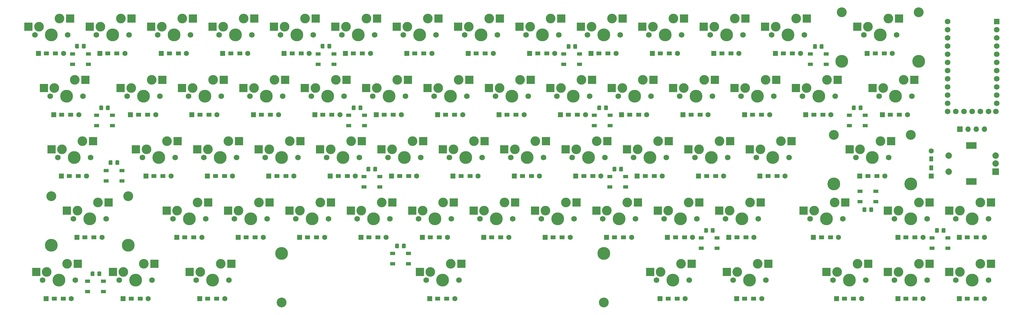
<source format=gbr>
G04 #@! TF.GenerationSoftware,KiCad,Pcbnew,(5.1.10)-1*
G04 #@! TF.CreationDate,2021-09-11T23:54:04-05:00*
G04 #@! TF.ProjectId,kintsugi,6b696e74-7375-4676-992e-6b696361645f,rev?*
G04 #@! TF.SameCoordinates,Original*
G04 #@! TF.FileFunction,Soldermask,Bot*
G04 #@! TF.FilePolarity,Negative*
%FSLAX46Y46*%
G04 Gerber Fmt 4.6, Leading zero omitted, Abs format (unit mm)*
G04 Created by KiCad (PCBNEW (5.1.10)-1) date 2021-09-11 23:54:04*
%MOMM*%
%LPD*%
G01*
G04 APERTURE LIST*
%ADD10C,3.000000*%
%ADD11C,3.987800*%
%ADD12C,1.750000*%
%ADD13R,2.550000X2.500000*%
%ADD14C,3.048000*%
%ADD15R,1.600000X1.600000*%
%ADD16C,1.600000*%
%ADD17R,1.600000X1.200000*%
%ADD18O,1.700000X1.700000*%
%ADD19R,1.700000X1.700000*%
%ADD20R,1.200000X1.600000*%
%ADD21R,1.752600X1.752600*%
%ADD22C,1.752600*%
%ADD23R,2.000000X2.000000*%
%ADD24C,2.000000*%
%ADD25R,3.200000X2.000000*%
%ADD26R,1.500000X1.000000*%
G04 APERTURE END LIST*
D10*
X321627500Y-47307500D03*
D11*
X319087500Y-52387500D03*
D10*
X315277500Y-49847500D03*
D12*
X314007500Y-52387500D03*
X324167500Y-52387500D03*
D13*
X312002500Y-49847500D03*
X324929500Y-47307500D03*
D10*
X264477500Y-66357500D03*
D11*
X261937500Y-71437500D03*
D10*
X258127500Y-68897500D03*
D12*
X256857500Y-71437500D03*
X267017500Y-71437500D03*
D13*
X254852500Y-68897500D03*
X267779500Y-66357500D03*
D10*
X197802500Y-85407500D03*
D11*
X195262500Y-90487500D03*
D10*
X191452500Y-87947500D03*
D12*
X190182500Y-90487500D03*
X200342500Y-90487500D03*
D13*
X188177500Y-87947500D03*
X201104500Y-85407500D03*
D10*
X135890000Y-28257500D03*
D11*
X133350000Y-33337500D03*
D10*
X129540000Y-30797500D03*
D12*
X128270000Y-33337500D03*
X138430000Y-33337500D03*
D13*
X126265000Y-30797500D03*
X139192000Y-28257500D03*
X67754500Y-47307500D03*
X54827500Y-49847500D03*
D12*
X66992500Y-52387500D03*
X56832500Y-52387500D03*
D10*
X58102500Y-49847500D03*
D11*
X61912500Y-52387500D03*
D10*
X64452500Y-47307500D03*
X314483750Y-66357500D03*
D11*
X311943750Y-71437500D03*
D10*
X308133750Y-68897500D03*
D12*
X306863750Y-71437500D03*
X317023750Y-71437500D03*
D13*
X304858750Y-68897500D03*
X317785750Y-66357500D03*
D14*
X323881750Y-64452500D03*
X300005750Y-64452500D03*
D11*
X323881750Y-79692500D03*
X300005750Y-79692500D03*
D10*
X59690000Y-28257500D03*
D11*
X57150000Y-33337500D03*
D10*
X53340000Y-30797500D03*
D12*
X52070000Y-33337500D03*
X62230000Y-33337500D03*
D13*
X50065000Y-30797500D03*
X62992000Y-28257500D03*
X303498250Y-85407500D03*
X290571250Y-87947500D03*
D12*
X302736250Y-90487500D03*
X292576250Y-90487500D03*
D10*
X293846250Y-87947500D03*
D11*
X297656250Y-90487500D03*
D10*
X300196250Y-85407500D03*
D13*
X277304500Y-85407500D03*
X264377500Y-87947500D03*
D12*
X276542500Y-90487500D03*
X266382500Y-90487500D03*
D10*
X267652500Y-87947500D03*
D11*
X271462500Y-90487500D03*
D10*
X274002500Y-85407500D03*
D13*
X301117000Y-47307500D03*
X288190000Y-49847500D03*
D12*
X300355000Y-52387500D03*
X290195000Y-52387500D03*
D10*
X291465000Y-49847500D03*
D11*
X295275000Y-52387500D03*
D10*
X297815000Y-47307500D03*
D11*
X302387000Y-41592500D03*
X326263000Y-41592500D03*
D14*
X302387000Y-26352500D03*
X326263000Y-26352500D03*
D13*
X320167000Y-28257500D03*
X307240000Y-30797500D03*
D12*
X319405000Y-33337500D03*
X309245000Y-33337500D03*
D10*
X310515000Y-30797500D03*
D11*
X314325000Y-33337500D03*
D10*
X316865000Y-28257500D03*
D13*
X291592000Y-28257500D03*
X278665000Y-30797500D03*
D12*
X290830000Y-33337500D03*
X280670000Y-33337500D03*
D10*
X281940000Y-30797500D03*
D11*
X285750000Y-33337500D03*
D10*
X288290000Y-28257500D03*
D15*
X293621000Y-96266000D03*
D16*
X301421000Y-96266000D03*
D17*
X298921000Y-96266000D03*
X296121000Y-96266000D03*
D15*
X267372000Y-96266000D03*
D16*
X275172000Y-96266000D03*
D17*
X272672000Y-96266000D03*
X269872000Y-96266000D03*
D15*
X314997000Y-58166000D03*
D16*
X322797000Y-58166000D03*
D17*
X320297000Y-58166000D03*
X317497000Y-58166000D03*
D15*
X291248000Y-58166000D03*
D16*
X299048000Y-58166000D03*
D17*
X296548000Y-58166000D03*
X293748000Y-58166000D03*
D15*
X310298000Y-39116000D03*
D16*
X318098000Y-39116000D03*
D17*
X315598000Y-39116000D03*
X312798000Y-39116000D03*
D15*
X281810000Y-39116000D03*
D16*
X289610000Y-39116000D03*
D17*
X287110000Y-39116000D03*
X284310000Y-39116000D03*
D18*
X346710000Y-62611000D03*
X344170000Y-62611000D03*
X341630000Y-62611000D03*
D19*
X339090000Y-62611000D03*
D13*
X70135750Y-66357500D03*
X57208750Y-68897500D03*
D12*
X69373750Y-71437500D03*
X59213750Y-71437500D03*
D10*
X60483750Y-68897500D03*
D11*
X64293750Y-71437500D03*
D10*
X66833750Y-66357500D03*
D15*
X57862000Y-58166000D03*
D16*
X65662000Y-58166000D03*
D17*
X63162000Y-58166000D03*
X60362000Y-58166000D03*
D15*
X338873000Y-115316000D03*
D16*
X346673000Y-115316000D03*
D17*
X344173000Y-115316000D03*
X341373000Y-115316000D03*
D15*
X319823000Y-115316000D03*
D16*
X327623000Y-115316000D03*
D17*
X325123000Y-115316000D03*
X322323000Y-115316000D03*
D15*
X300773000Y-115316000D03*
D16*
X308573000Y-115316000D03*
D17*
X306073000Y-115316000D03*
X303273000Y-115316000D03*
D15*
X269785000Y-115316000D03*
D16*
X277585000Y-115316000D03*
D17*
X275085000Y-115316000D03*
X272285000Y-115316000D03*
D15*
X246036000Y-115316000D03*
D16*
X253836000Y-115316000D03*
D17*
X251336000Y-115316000D03*
X248536000Y-115316000D03*
D15*
X174535000Y-115316000D03*
D16*
X182335000Y-115316000D03*
D17*
X179835000Y-115316000D03*
X177035000Y-115316000D03*
D15*
X103161000Y-115316000D03*
D16*
X110961000Y-115316000D03*
D17*
X108461000Y-115316000D03*
X105661000Y-115316000D03*
D15*
X79412000Y-115316000D03*
D16*
X87212000Y-115316000D03*
D17*
X84712000Y-115316000D03*
X81912000Y-115316000D03*
D15*
X55536000Y-115316000D03*
D16*
X63336000Y-115316000D03*
D17*
X60836000Y-115316000D03*
X58036000Y-115316000D03*
D15*
X338873000Y-96266000D03*
D16*
X346673000Y-96266000D03*
D17*
X344173000Y-96266000D03*
X341373000Y-96266000D03*
D15*
X319823000Y-96266000D03*
D16*
X327623000Y-96266000D03*
D17*
X325123000Y-96266000D03*
X322323000Y-96266000D03*
D15*
X248322000Y-96266000D03*
D16*
X256122000Y-96266000D03*
D17*
X253622000Y-96266000D03*
X250822000Y-96266000D03*
D15*
X229399000Y-96266000D03*
D16*
X237199000Y-96266000D03*
D17*
X234699000Y-96266000D03*
X231899000Y-96266000D03*
D15*
X210349000Y-96266000D03*
D16*
X218149000Y-96266000D03*
D17*
X215649000Y-96266000D03*
X212849000Y-96266000D03*
X193799000Y-96266000D03*
X196599000Y-96266000D03*
D16*
X199099000Y-96266000D03*
D15*
X191299000Y-96266000D03*
X172249000Y-96266000D03*
D16*
X180049000Y-96266000D03*
D17*
X177549000Y-96266000D03*
X174749000Y-96266000D03*
D15*
X153199000Y-96266000D03*
D16*
X160999000Y-96266000D03*
D17*
X158499000Y-96266000D03*
X155699000Y-96266000D03*
D15*
X134149000Y-96266000D03*
D16*
X141949000Y-96266000D03*
D17*
X139449000Y-96266000D03*
X136649000Y-96266000D03*
D15*
X115099000Y-96266000D03*
D16*
X122899000Y-96266000D03*
D17*
X120399000Y-96266000D03*
X117599000Y-96266000D03*
D15*
X96049000Y-96266000D03*
D16*
X103849000Y-96266000D03*
D17*
X101349000Y-96266000D03*
X98549000Y-96266000D03*
D15*
X65061000Y-96266000D03*
D16*
X72861000Y-96266000D03*
D17*
X70361000Y-96266000D03*
X67561000Y-96266000D03*
D15*
X330200000Y-77179000D03*
D16*
X330200000Y-69379000D03*
D20*
X330200000Y-71879000D03*
X330200000Y-74679000D03*
D15*
X308012000Y-77216000D03*
D16*
X315812000Y-77216000D03*
D17*
X313312000Y-77216000D03*
X310512000Y-77216000D03*
D15*
X277024000Y-77216000D03*
D16*
X284824000Y-77216000D03*
D17*
X282324000Y-77216000D03*
X279524000Y-77216000D03*
D15*
X257974000Y-77216000D03*
D16*
X265774000Y-77216000D03*
D17*
X263274000Y-77216000D03*
X260474000Y-77216000D03*
D15*
X238924000Y-77216000D03*
D16*
X246724000Y-77216000D03*
D17*
X244224000Y-77216000D03*
X241424000Y-77216000D03*
D15*
X219874000Y-77216000D03*
D16*
X227674000Y-77216000D03*
D17*
X225174000Y-77216000D03*
X222374000Y-77216000D03*
D15*
X200824000Y-77216000D03*
D16*
X208624000Y-77216000D03*
D17*
X206124000Y-77216000D03*
X203324000Y-77216000D03*
D15*
X181774000Y-77216000D03*
D16*
X189574000Y-77216000D03*
D17*
X187074000Y-77216000D03*
X184274000Y-77216000D03*
D15*
X162721000Y-77216000D03*
D16*
X170521000Y-77216000D03*
D17*
X168021000Y-77216000D03*
X165221000Y-77216000D03*
D15*
X143674000Y-77216000D03*
D16*
X151474000Y-77216000D03*
D17*
X148974000Y-77216000D03*
X146174000Y-77216000D03*
D15*
X124624000Y-77216000D03*
D16*
X132424000Y-77216000D03*
D17*
X129924000Y-77216000D03*
X127124000Y-77216000D03*
D15*
X105574000Y-77216000D03*
D16*
X113374000Y-77216000D03*
D17*
X110874000Y-77216000D03*
X108074000Y-77216000D03*
D15*
X86484000Y-77216000D03*
D16*
X94284000Y-77216000D03*
D17*
X91784000Y-77216000D03*
X88984000Y-77216000D03*
X62735000Y-77216000D03*
X65535000Y-77216000D03*
D16*
X68035000Y-77216000D03*
D15*
X60235000Y-77216000D03*
X272238000Y-58166000D03*
D16*
X280038000Y-58166000D03*
D17*
X277538000Y-58166000D03*
X274738000Y-58166000D03*
D15*
X253145000Y-58166000D03*
D16*
X260945000Y-58166000D03*
D17*
X258445000Y-58166000D03*
X255645000Y-58166000D03*
X236595000Y-58166000D03*
X239395000Y-58166000D03*
D16*
X241895000Y-58166000D03*
D15*
X234095000Y-58166000D03*
X215088000Y-58166000D03*
D16*
X222888000Y-58166000D03*
D17*
X220388000Y-58166000D03*
X217588000Y-58166000D03*
D15*
X196038000Y-58166000D03*
D16*
X203838000Y-58166000D03*
D17*
X201338000Y-58166000D03*
X198538000Y-58166000D03*
D15*
X176988000Y-58166000D03*
D16*
X184788000Y-58166000D03*
D17*
X182288000Y-58166000D03*
X179488000Y-58166000D03*
D15*
X157938000Y-58166000D03*
D16*
X165738000Y-58166000D03*
D17*
X163238000Y-58166000D03*
X160438000Y-58166000D03*
D15*
X138888000Y-58166000D03*
D16*
X146688000Y-58166000D03*
D17*
X144188000Y-58166000D03*
X141388000Y-58166000D03*
D15*
X119838000Y-58166000D03*
D16*
X127638000Y-58166000D03*
D17*
X125138000Y-58166000D03*
X122338000Y-58166000D03*
D15*
X100748000Y-58166000D03*
D16*
X108548000Y-58166000D03*
D17*
X106048000Y-58166000D03*
X103248000Y-58166000D03*
D15*
X81735000Y-58166000D03*
D16*
X89535000Y-58166000D03*
D17*
X87035000Y-58166000D03*
X84235000Y-58166000D03*
D15*
X262713000Y-39116000D03*
D16*
X270513000Y-39116000D03*
D17*
X268013000Y-39116000D03*
X265213000Y-39116000D03*
D15*
X243623000Y-39116000D03*
D16*
X251423000Y-39116000D03*
D17*
X248923000Y-39116000D03*
X246123000Y-39116000D03*
D15*
X224570000Y-39116000D03*
D16*
X232370000Y-39116000D03*
D17*
X229870000Y-39116000D03*
X227070000Y-39116000D03*
D15*
X205563000Y-39116000D03*
D16*
X213363000Y-39116000D03*
D17*
X210863000Y-39116000D03*
X208063000Y-39116000D03*
D15*
X186473000Y-39116000D03*
D16*
X194273000Y-39116000D03*
D17*
X191773000Y-39116000D03*
X188973000Y-39116000D03*
D15*
X167420000Y-39116000D03*
D16*
X175220000Y-39116000D03*
D17*
X172720000Y-39116000D03*
X169920000Y-39116000D03*
D15*
X148373000Y-39116000D03*
D16*
X156173000Y-39116000D03*
D17*
X153673000Y-39116000D03*
X150873000Y-39116000D03*
D15*
X129363000Y-39116000D03*
D16*
X137163000Y-39116000D03*
D17*
X134663000Y-39116000D03*
X131863000Y-39116000D03*
D15*
X110313000Y-39116000D03*
D16*
X118113000Y-39116000D03*
D17*
X115613000Y-39116000D03*
X112813000Y-39116000D03*
D15*
X91263000Y-39116000D03*
D16*
X99063000Y-39116000D03*
D17*
X96563000Y-39116000D03*
X93763000Y-39116000D03*
D15*
X72173000Y-39116000D03*
D16*
X79973000Y-39116000D03*
D17*
X77473000Y-39116000D03*
X74673000Y-39116000D03*
X55620000Y-39116000D03*
X58420000Y-39116000D03*
D16*
X60920000Y-39116000D03*
D15*
X53120000Y-39116000D03*
D10*
X278765000Y-47307500D03*
D11*
X276225000Y-52387500D03*
D10*
X272415000Y-49847500D03*
D12*
X271145000Y-52387500D03*
X281305000Y-52387500D03*
D13*
X269140000Y-49847500D03*
X282067000Y-47307500D03*
D10*
X283527500Y-66357500D03*
D11*
X280987500Y-71437500D03*
D10*
X277177500Y-68897500D03*
D12*
X275907500Y-71437500D03*
X286067500Y-71437500D03*
D13*
X273902500Y-68897500D03*
X286829500Y-66357500D03*
D10*
X71596250Y-85407500D03*
D11*
X69056250Y-90487500D03*
D10*
X65246250Y-87947500D03*
D12*
X63976250Y-90487500D03*
X74136250Y-90487500D03*
D13*
X61971250Y-87947500D03*
X74898250Y-85407500D03*
D14*
X80994250Y-83502500D03*
X57118250Y-83502500D03*
D11*
X80994250Y-98742500D03*
X57118250Y-98742500D03*
D13*
X348742000Y-85407500D03*
X335815000Y-87947500D03*
D12*
X347980000Y-90487500D03*
X337820000Y-90487500D03*
D10*
X339090000Y-87947500D03*
D11*
X342900000Y-90487500D03*
D10*
X345440000Y-85407500D03*
X109696250Y-104457500D03*
D11*
X107156250Y-109537500D03*
D10*
X103346250Y-106997500D03*
D12*
X102076250Y-109537500D03*
X112236250Y-109537500D03*
D13*
X100071250Y-106997500D03*
X112998250Y-104457500D03*
D10*
X181133750Y-104457500D03*
D11*
X178593750Y-109537500D03*
D10*
X174783750Y-106997500D03*
D12*
X173513750Y-109537500D03*
X183673750Y-109537500D03*
D13*
X171508750Y-106997500D03*
X184435750Y-104457500D03*
D14*
X228593650Y-116522500D03*
X128593850Y-116522500D03*
D11*
X228593650Y-101282500D03*
X128593850Y-101282500D03*
D10*
X276383750Y-104457500D03*
D11*
X273843750Y-109537500D03*
D10*
X270033750Y-106997500D03*
D12*
X268763750Y-109537500D03*
X278923750Y-109537500D03*
D13*
X266758750Y-106997500D03*
X279685750Y-104457500D03*
D10*
X345440000Y-104457500D03*
D11*
X342900000Y-109537500D03*
D10*
X339090000Y-106997500D03*
D12*
X337820000Y-109537500D03*
X347980000Y-109537500D03*
D13*
X335815000Y-106997500D03*
X348742000Y-104457500D03*
D10*
X252571250Y-104457500D03*
D11*
X250031250Y-109537500D03*
D10*
X246221250Y-106997500D03*
D12*
X244951250Y-109537500D03*
X255111250Y-109537500D03*
D13*
X242946250Y-106997500D03*
X255873250Y-104457500D03*
D10*
X85883750Y-104457500D03*
D11*
X83343750Y-109537500D03*
D10*
X79533750Y-106997500D03*
D12*
X78263750Y-109537500D03*
X88423750Y-109537500D03*
D13*
X76258750Y-106997500D03*
X89185750Y-104457500D03*
D10*
X62071250Y-104457500D03*
D11*
X59531250Y-109537500D03*
D10*
X55721250Y-106997500D03*
D12*
X54451250Y-109537500D03*
X64611250Y-109537500D03*
D13*
X52446250Y-106997500D03*
X65373250Y-104457500D03*
D21*
X350520000Y-29210000D03*
D22*
X350520000Y-31750000D03*
X350520000Y-34290000D03*
X350520000Y-36830000D03*
X350520000Y-39370000D03*
X350520000Y-41910000D03*
X350520000Y-44450000D03*
X350520000Y-46990000D03*
X350520000Y-49530000D03*
X350520000Y-52070000D03*
X350520000Y-54610000D03*
X335280000Y-57150000D03*
X335280000Y-54610000D03*
X335280000Y-52070000D03*
X335280000Y-49530000D03*
X335280000Y-46990000D03*
X335280000Y-44450000D03*
X335280000Y-41910000D03*
X335280000Y-39370000D03*
X335280000Y-36830000D03*
X335280000Y-34290000D03*
X335280000Y-31750000D03*
X350291400Y-57150000D03*
X335280000Y-29210000D03*
X337820000Y-57150000D03*
X340360000Y-57150000D03*
X342900000Y-57150000D03*
X345440000Y-57150000D03*
X347980000Y-57150000D03*
D23*
X350139000Y-75819000D03*
D24*
X350139000Y-73319000D03*
X350139000Y-70819000D03*
D25*
X342639000Y-78919000D03*
X342639000Y-67719000D03*
D24*
X335639000Y-75819000D03*
X335639000Y-70819000D03*
D10*
X326390000Y-104457500D03*
D11*
X323850000Y-109537500D03*
D10*
X320040000Y-106997500D03*
D12*
X318770000Y-109537500D03*
X328930000Y-109537500D03*
D13*
X316765000Y-106997500D03*
X329692000Y-104457500D03*
D10*
X307340000Y-104457500D03*
D11*
X304800000Y-109537500D03*
D10*
X300990000Y-106997500D03*
D12*
X299720000Y-109537500D03*
X309880000Y-109537500D03*
D13*
X297715000Y-106997500D03*
X310642000Y-104457500D03*
D10*
X326390000Y-85407500D03*
D11*
X323850000Y-90487500D03*
D10*
X320040000Y-87947500D03*
D12*
X318770000Y-90487500D03*
X328930000Y-90487500D03*
D13*
X316765000Y-87947500D03*
X329692000Y-85407500D03*
D10*
X254952500Y-85407500D03*
D11*
X252412500Y-90487500D03*
D10*
X248602500Y-87947500D03*
D12*
X247332500Y-90487500D03*
X257492500Y-90487500D03*
D13*
X245327500Y-87947500D03*
X258254500Y-85407500D03*
D10*
X235902500Y-85407500D03*
D11*
X233362500Y-90487500D03*
D10*
X229552500Y-87947500D03*
D12*
X228282500Y-90487500D03*
X238442500Y-90487500D03*
D13*
X226277500Y-87947500D03*
X239204500Y-85407500D03*
D10*
X216852500Y-85407500D03*
D11*
X214312500Y-90487500D03*
D10*
X210502500Y-87947500D03*
D12*
X209232500Y-90487500D03*
X219392500Y-90487500D03*
D13*
X207227500Y-87947500D03*
X220154500Y-85407500D03*
D10*
X178752500Y-85407500D03*
D11*
X176212500Y-90487500D03*
D10*
X172402500Y-87947500D03*
D12*
X171132500Y-90487500D03*
X181292500Y-90487500D03*
D13*
X169127500Y-87947500D03*
X182054500Y-85407500D03*
D10*
X159702500Y-85407500D03*
D11*
X157162500Y-90487500D03*
D10*
X153352500Y-87947500D03*
D12*
X152082500Y-90487500D03*
X162242500Y-90487500D03*
D13*
X150077500Y-87947500D03*
X163004500Y-85407500D03*
D10*
X140652500Y-85407500D03*
D11*
X138112500Y-90487500D03*
D10*
X134302500Y-87947500D03*
D12*
X133032500Y-90487500D03*
X143192500Y-90487500D03*
D13*
X131027500Y-87947500D03*
X143954500Y-85407500D03*
D10*
X121602500Y-85407500D03*
D11*
X119062500Y-90487500D03*
D10*
X115252500Y-87947500D03*
D12*
X113982500Y-90487500D03*
X124142500Y-90487500D03*
D13*
X111977500Y-87947500D03*
X124904500Y-85407500D03*
D10*
X102552500Y-85407500D03*
D11*
X100012500Y-90487500D03*
D10*
X96202500Y-87947500D03*
D12*
X94932500Y-90487500D03*
X105092500Y-90487500D03*
D13*
X92927500Y-87947500D03*
X105854500Y-85407500D03*
D10*
X245427500Y-66357500D03*
D11*
X242887500Y-71437500D03*
D10*
X239077500Y-68897500D03*
D12*
X237807500Y-71437500D03*
X247967500Y-71437500D03*
D13*
X235802500Y-68897500D03*
X248729500Y-66357500D03*
D10*
X226377500Y-66357500D03*
D11*
X223837500Y-71437500D03*
D10*
X220027500Y-68897500D03*
D12*
X218757500Y-71437500D03*
X228917500Y-71437500D03*
D13*
X216752500Y-68897500D03*
X229679500Y-66357500D03*
D10*
X207327500Y-66357500D03*
D11*
X204787500Y-71437500D03*
D10*
X200977500Y-68897500D03*
D12*
X199707500Y-71437500D03*
X209867500Y-71437500D03*
D13*
X197702500Y-68897500D03*
X210629500Y-66357500D03*
X191579500Y-66357500D03*
X178652500Y-68897500D03*
D12*
X190817500Y-71437500D03*
X180657500Y-71437500D03*
D10*
X181927500Y-68897500D03*
D11*
X185737500Y-71437500D03*
D10*
X188277500Y-66357500D03*
X169227500Y-66357500D03*
D11*
X166687500Y-71437500D03*
D10*
X162877500Y-68897500D03*
D12*
X161607500Y-71437500D03*
X171767500Y-71437500D03*
D13*
X159602500Y-68897500D03*
X172529500Y-66357500D03*
D10*
X150177500Y-66357500D03*
D11*
X147637500Y-71437500D03*
D10*
X143827500Y-68897500D03*
D12*
X142557500Y-71437500D03*
X152717500Y-71437500D03*
D13*
X140552500Y-68897500D03*
X153479500Y-66357500D03*
D10*
X131127500Y-66357500D03*
D11*
X128587500Y-71437500D03*
D10*
X124777500Y-68897500D03*
D12*
X123507500Y-71437500D03*
X133667500Y-71437500D03*
D13*
X121502500Y-68897500D03*
X134429500Y-66357500D03*
D10*
X112077500Y-66357500D03*
D11*
X109537500Y-71437500D03*
D10*
X105727500Y-68897500D03*
D12*
X104457500Y-71437500D03*
X114617500Y-71437500D03*
D13*
X102452500Y-68897500D03*
X115379500Y-66357500D03*
D10*
X93027500Y-66357500D03*
D11*
X90487500Y-71437500D03*
D10*
X86677500Y-68897500D03*
D12*
X85407500Y-71437500D03*
X95567500Y-71437500D03*
D13*
X83402500Y-68897500D03*
X96329500Y-66357500D03*
D10*
X259715000Y-47307500D03*
D11*
X257175000Y-52387500D03*
D10*
X253365000Y-49847500D03*
D12*
X252095000Y-52387500D03*
X262255000Y-52387500D03*
D13*
X250090000Y-49847500D03*
X263017000Y-47307500D03*
D10*
X240665000Y-47307500D03*
D11*
X238125000Y-52387500D03*
D10*
X234315000Y-49847500D03*
D12*
X233045000Y-52387500D03*
X243205000Y-52387500D03*
D13*
X231040000Y-49847500D03*
X243967000Y-47307500D03*
D10*
X221615000Y-47307500D03*
D11*
X219075000Y-52387500D03*
D10*
X215265000Y-49847500D03*
D12*
X213995000Y-52387500D03*
X224155000Y-52387500D03*
D13*
X211990000Y-49847500D03*
X224917000Y-47307500D03*
D10*
X202565000Y-47307500D03*
D11*
X200025000Y-52387500D03*
D10*
X196215000Y-49847500D03*
D12*
X194945000Y-52387500D03*
X205105000Y-52387500D03*
D13*
X192940000Y-49847500D03*
X205867000Y-47307500D03*
D10*
X183515000Y-47307500D03*
D11*
X180975000Y-52387500D03*
D10*
X177165000Y-49847500D03*
D12*
X175895000Y-52387500D03*
X186055000Y-52387500D03*
D13*
X173890000Y-49847500D03*
X186817000Y-47307500D03*
D10*
X164465000Y-47307500D03*
D11*
X161925000Y-52387500D03*
D10*
X158115000Y-49847500D03*
D12*
X156845000Y-52387500D03*
X167005000Y-52387500D03*
D13*
X154840000Y-49847500D03*
X167767000Y-47307500D03*
D10*
X145415000Y-47307500D03*
D11*
X142875000Y-52387500D03*
D10*
X139065000Y-49847500D03*
D12*
X137795000Y-52387500D03*
X147955000Y-52387500D03*
D13*
X135790000Y-49847500D03*
X148717000Y-47307500D03*
D10*
X126365000Y-47307500D03*
D11*
X123825000Y-52387500D03*
D10*
X120015000Y-49847500D03*
D12*
X118745000Y-52387500D03*
X128905000Y-52387500D03*
D13*
X116740000Y-49847500D03*
X129667000Y-47307500D03*
D10*
X107315000Y-47307500D03*
D11*
X104775000Y-52387500D03*
D10*
X100965000Y-49847500D03*
D12*
X99695000Y-52387500D03*
X109855000Y-52387500D03*
D13*
X97690000Y-49847500D03*
X110617000Y-47307500D03*
D10*
X88265000Y-47307500D03*
D11*
X85725000Y-52387500D03*
D10*
X81915000Y-49847500D03*
D12*
X80645000Y-52387500D03*
X90805000Y-52387500D03*
D13*
X78640000Y-49847500D03*
X91567000Y-47307500D03*
D10*
X269240000Y-28257500D03*
D11*
X266700000Y-33337500D03*
D10*
X262890000Y-30797500D03*
D12*
X261620000Y-33337500D03*
X271780000Y-33337500D03*
D13*
X259615000Y-30797500D03*
X272542000Y-28257500D03*
D10*
X250190000Y-28257500D03*
D11*
X247650000Y-33337500D03*
D10*
X243840000Y-30797500D03*
D12*
X242570000Y-33337500D03*
X252730000Y-33337500D03*
D13*
X240565000Y-30797500D03*
X253492000Y-28257500D03*
D10*
X231140000Y-28257500D03*
D11*
X228600000Y-33337500D03*
D10*
X224790000Y-30797500D03*
D12*
X223520000Y-33337500D03*
X233680000Y-33337500D03*
D13*
X221515000Y-30797500D03*
X234442000Y-28257500D03*
D10*
X212090000Y-28257500D03*
D11*
X209550000Y-33337500D03*
D10*
X205740000Y-30797500D03*
D12*
X204470000Y-33337500D03*
X214630000Y-33337500D03*
D13*
X202465000Y-30797500D03*
X215392000Y-28257500D03*
D10*
X193040000Y-28257500D03*
D11*
X190500000Y-33337500D03*
D10*
X186690000Y-30797500D03*
D12*
X185420000Y-33337500D03*
X195580000Y-33337500D03*
D13*
X183415000Y-30797500D03*
X196342000Y-28257500D03*
D10*
X173990000Y-28257500D03*
D11*
X171450000Y-33337500D03*
D10*
X167640000Y-30797500D03*
D12*
X166370000Y-33337500D03*
X176530000Y-33337500D03*
D13*
X164365000Y-30797500D03*
X177292000Y-28257500D03*
D10*
X154940000Y-28257500D03*
D11*
X152400000Y-33337500D03*
D10*
X148590000Y-30797500D03*
D12*
X147320000Y-33337500D03*
X157480000Y-33337500D03*
D13*
X145315000Y-30797500D03*
X158242000Y-28257500D03*
D10*
X116840000Y-28257500D03*
D11*
X114300000Y-33337500D03*
D10*
X110490000Y-30797500D03*
D12*
X109220000Y-33337500D03*
X119380000Y-33337500D03*
D13*
X107215000Y-30797500D03*
X120142000Y-28257500D03*
D10*
X97790000Y-28257500D03*
D11*
X95250000Y-33337500D03*
D10*
X91440000Y-30797500D03*
D12*
X90170000Y-33337500D03*
X100330000Y-33337500D03*
D13*
X88165000Y-30797500D03*
X101092000Y-28257500D03*
D10*
X78740000Y-28257500D03*
D11*
X76200000Y-33337500D03*
D10*
X72390000Y-30797500D03*
D12*
X71120000Y-33337500D03*
X81280000Y-33337500D03*
D13*
X69115000Y-30797500D03*
X82042000Y-28257500D03*
D26*
X68416000Y-113106000D03*
X68416000Y-109906000D03*
X73316000Y-113106000D03*
X73316000Y-109906000D03*
X167931000Y-101270000D03*
X167931000Y-104470000D03*
X163031000Y-101270000D03*
X163031000Y-104470000D03*
X263689000Y-96444000D03*
X263689000Y-99644000D03*
X258789000Y-96444000D03*
X258789000Y-99644000D03*
X335317000Y-96444000D03*
X335317000Y-99644000D03*
X330417000Y-96444000D03*
X330417000Y-99644000D03*
X312965000Y-81966000D03*
X312965000Y-85166000D03*
X308065000Y-81966000D03*
X308065000Y-85166000D03*
X235368000Y-77394000D03*
X235368000Y-80594000D03*
X230468000Y-77394000D03*
X230468000Y-80594000D03*
X154141000Y-80594000D03*
X154141000Y-77394000D03*
X159041000Y-80594000D03*
X159041000Y-77394000D03*
X79031000Y-75489000D03*
X79031000Y-78689000D03*
X74131000Y-75489000D03*
X74131000Y-78689000D03*
X76110000Y-58344000D03*
X76110000Y-61544000D03*
X71210000Y-58344000D03*
X71210000Y-61544000D03*
X154342000Y-58344000D03*
X154342000Y-61544000D03*
X149442000Y-58344000D03*
X149442000Y-61544000D03*
X225642000Y-61544000D03*
X225642000Y-58344000D03*
X230542000Y-61544000D03*
X230542000Y-58344000D03*
X309663000Y-58344000D03*
X309663000Y-61544000D03*
X304763000Y-58344000D03*
X304763000Y-61544000D03*
X292698000Y-42494000D03*
X292698000Y-39294000D03*
X297598000Y-42494000D03*
X297598000Y-39294000D03*
X221017000Y-39294000D03*
X221017000Y-42494000D03*
X216117000Y-39294000D03*
X216117000Y-42494000D03*
X144817000Y-39294000D03*
X144817000Y-42494000D03*
X139917000Y-39294000D03*
X139917000Y-42494000D03*
X68617000Y-39294000D03*
X68617000Y-42494000D03*
X63717000Y-39294000D03*
X63717000Y-42494000D03*
G36*
G01*
X69368000Y-108044000D02*
X69368000Y-107094000D01*
G75*
G02*
X69618000Y-106844000I250000J0D01*
G01*
X70293000Y-106844000D01*
G75*
G02*
X70543000Y-107094000I0J-250000D01*
G01*
X70543000Y-108044000D01*
G75*
G02*
X70293000Y-108294000I-250000J0D01*
G01*
X69618000Y-108294000D01*
G75*
G02*
X69368000Y-108044000I0J250000D01*
G01*
G37*
G36*
G01*
X71443000Y-108044000D02*
X71443000Y-107094000D01*
G75*
G02*
X71693000Y-106844000I250000J0D01*
G01*
X72368000Y-106844000D01*
G75*
G02*
X72618000Y-107094000I0J-250000D01*
G01*
X72618000Y-108044000D01*
G75*
G02*
X72368000Y-108294000I-250000J0D01*
G01*
X71693000Y-108294000D01*
G75*
G02*
X71443000Y-108044000I0J250000D01*
G01*
G37*
G36*
G01*
X261794500Y-94582000D02*
X261794500Y-93632000D01*
G75*
G02*
X262044500Y-93382000I250000J0D01*
G01*
X262719500Y-93382000D01*
G75*
G02*
X262969500Y-93632000I0J-250000D01*
G01*
X262969500Y-94582000D01*
G75*
G02*
X262719500Y-94832000I-250000J0D01*
G01*
X262044500Y-94832000D01*
G75*
G02*
X261794500Y-94582000I0J250000D01*
G01*
G37*
G36*
G01*
X259719500Y-94582000D02*
X259719500Y-93632000D01*
G75*
G02*
X259969500Y-93382000I250000J0D01*
G01*
X260644500Y-93382000D01*
G75*
G02*
X260894500Y-93632000I0J-250000D01*
G01*
X260894500Y-94582000D01*
G75*
G02*
X260644500Y-94832000I-250000J0D01*
G01*
X259969500Y-94832000D01*
G75*
G02*
X259719500Y-94582000I0J250000D01*
G01*
G37*
G36*
G01*
X165931000Y-99408000D02*
X165931000Y-98458000D01*
G75*
G02*
X166181000Y-98208000I250000J0D01*
G01*
X166856000Y-98208000D01*
G75*
G02*
X167106000Y-98458000I0J-250000D01*
G01*
X167106000Y-99408000D01*
G75*
G02*
X166856000Y-99658000I-250000J0D01*
G01*
X166181000Y-99658000D01*
G75*
G02*
X165931000Y-99408000I0J250000D01*
G01*
G37*
G36*
G01*
X163856000Y-99408000D02*
X163856000Y-98458000D01*
G75*
G02*
X164106000Y-98208000I250000J0D01*
G01*
X164781000Y-98208000D01*
G75*
G02*
X165031000Y-98458000I0J-250000D01*
G01*
X165031000Y-99408000D01*
G75*
G02*
X164781000Y-99658000I-250000J0D01*
G01*
X164106000Y-99658000D01*
G75*
G02*
X163856000Y-99408000I0J250000D01*
G01*
G37*
G36*
G01*
X333444000Y-94582000D02*
X333444000Y-93632000D01*
G75*
G02*
X333694000Y-93382000I250000J0D01*
G01*
X334369000Y-93382000D01*
G75*
G02*
X334619000Y-93632000I0J-250000D01*
G01*
X334619000Y-94582000D01*
G75*
G02*
X334369000Y-94832000I-250000J0D01*
G01*
X333694000Y-94832000D01*
G75*
G02*
X333444000Y-94582000I0J250000D01*
G01*
G37*
G36*
G01*
X331369000Y-94582000D02*
X331369000Y-93632000D01*
G75*
G02*
X331619000Y-93382000I250000J0D01*
G01*
X332294000Y-93382000D01*
G75*
G02*
X332544000Y-93632000I0J-250000D01*
G01*
X332544000Y-94582000D01*
G75*
G02*
X332294000Y-94832000I-250000J0D01*
G01*
X331619000Y-94832000D01*
G75*
G02*
X331369000Y-94582000I0J250000D01*
G01*
G37*
G36*
G01*
X310965000Y-88105000D02*
X310965000Y-87155000D01*
G75*
G02*
X311215000Y-86905000I250000J0D01*
G01*
X311890000Y-86905000D01*
G75*
G02*
X312140000Y-87155000I0J-250000D01*
G01*
X312140000Y-88105000D01*
G75*
G02*
X311890000Y-88355000I-250000J0D01*
G01*
X311215000Y-88355000D01*
G75*
G02*
X310965000Y-88105000I0J250000D01*
G01*
G37*
G36*
G01*
X308890000Y-88105000D02*
X308890000Y-87155000D01*
G75*
G02*
X309140000Y-86905000I250000J0D01*
G01*
X309815000Y-86905000D01*
G75*
G02*
X310065000Y-87155000I0J-250000D01*
G01*
X310065000Y-88105000D01*
G75*
G02*
X309815000Y-88355000I-250000J0D01*
G01*
X309140000Y-88355000D01*
G75*
G02*
X308890000Y-88105000I0J250000D01*
G01*
G37*
G36*
G01*
X233368000Y-75532000D02*
X233368000Y-74582000D01*
G75*
G02*
X233618000Y-74332000I250000J0D01*
G01*
X234293000Y-74332000D01*
G75*
G02*
X234543000Y-74582000I0J-250000D01*
G01*
X234543000Y-75532000D01*
G75*
G02*
X234293000Y-75782000I-250000J0D01*
G01*
X233618000Y-75782000D01*
G75*
G02*
X233368000Y-75532000I0J250000D01*
G01*
G37*
G36*
G01*
X231293000Y-75532000D02*
X231293000Y-74582000D01*
G75*
G02*
X231543000Y-74332000I250000J0D01*
G01*
X232218000Y-74332000D01*
G75*
G02*
X232468000Y-74582000I0J-250000D01*
G01*
X232468000Y-75532000D01*
G75*
G02*
X232218000Y-75782000I-250000J0D01*
G01*
X231543000Y-75782000D01*
G75*
G02*
X231293000Y-75532000I0J250000D01*
G01*
G37*
G36*
G01*
X157041000Y-75532000D02*
X157041000Y-74582000D01*
G75*
G02*
X157291000Y-74332000I250000J0D01*
G01*
X157966000Y-74332000D01*
G75*
G02*
X158216000Y-74582000I0J-250000D01*
G01*
X158216000Y-75532000D01*
G75*
G02*
X157966000Y-75782000I-250000J0D01*
G01*
X157291000Y-75782000D01*
G75*
G02*
X157041000Y-75532000I0J250000D01*
G01*
G37*
G36*
G01*
X154966000Y-75532000D02*
X154966000Y-74582000D01*
G75*
G02*
X155216000Y-74332000I250000J0D01*
G01*
X155891000Y-74332000D01*
G75*
G02*
X156141000Y-74582000I0J-250000D01*
G01*
X156141000Y-75532000D01*
G75*
G02*
X155891000Y-75782000I-250000J0D01*
G01*
X155216000Y-75782000D01*
G75*
G02*
X154966000Y-75532000I0J250000D01*
G01*
G37*
G36*
G01*
X77031000Y-73500000D02*
X77031000Y-72550000D01*
G75*
G02*
X77281000Y-72300000I250000J0D01*
G01*
X77956000Y-72300000D01*
G75*
G02*
X78206000Y-72550000I0J-250000D01*
G01*
X78206000Y-73500000D01*
G75*
G02*
X77956000Y-73750000I-250000J0D01*
G01*
X77281000Y-73750000D01*
G75*
G02*
X77031000Y-73500000I0J250000D01*
G01*
G37*
G36*
G01*
X74956000Y-73500000D02*
X74956000Y-72550000D01*
G75*
G02*
X75206000Y-72300000I250000J0D01*
G01*
X75881000Y-72300000D01*
G75*
G02*
X76131000Y-72550000I0J-250000D01*
G01*
X76131000Y-73500000D01*
G75*
G02*
X75881000Y-73750000I-250000J0D01*
G01*
X75206000Y-73750000D01*
G75*
G02*
X74956000Y-73500000I0J250000D01*
G01*
G37*
G36*
G01*
X72035000Y-56482000D02*
X72035000Y-55532000D01*
G75*
G02*
X72285000Y-55282000I250000J0D01*
G01*
X72960000Y-55282000D01*
G75*
G02*
X73210000Y-55532000I0J-250000D01*
G01*
X73210000Y-56482000D01*
G75*
G02*
X72960000Y-56732000I-250000J0D01*
G01*
X72285000Y-56732000D01*
G75*
G02*
X72035000Y-56482000I0J250000D01*
G01*
G37*
G36*
G01*
X74110000Y-56482000D02*
X74110000Y-55532000D01*
G75*
G02*
X74360000Y-55282000I250000J0D01*
G01*
X75035000Y-55282000D01*
G75*
G02*
X75285000Y-55532000I0J-250000D01*
G01*
X75285000Y-56482000D01*
G75*
G02*
X75035000Y-56732000I-250000J0D01*
G01*
X74360000Y-56732000D01*
G75*
G02*
X74110000Y-56482000I0J250000D01*
G01*
G37*
G36*
G01*
X150394000Y-56482000D02*
X150394000Y-55532000D01*
G75*
G02*
X150644000Y-55282000I250000J0D01*
G01*
X151319000Y-55282000D01*
G75*
G02*
X151569000Y-55532000I0J-250000D01*
G01*
X151569000Y-56482000D01*
G75*
G02*
X151319000Y-56732000I-250000J0D01*
G01*
X150644000Y-56732000D01*
G75*
G02*
X150394000Y-56482000I0J250000D01*
G01*
G37*
G36*
G01*
X152469000Y-56482000D02*
X152469000Y-55532000D01*
G75*
G02*
X152719000Y-55282000I250000J0D01*
G01*
X153394000Y-55282000D01*
G75*
G02*
X153644000Y-55532000I0J-250000D01*
G01*
X153644000Y-56482000D01*
G75*
G02*
X153394000Y-56732000I-250000J0D01*
G01*
X152719000Y-56732000D01*
G75*
G02*
X152469000Y-56482000I0J250000D01*
G01*
G37*
G36*
G01*
X228669000Y-56482000D02*
X228669000Y-55532000D01*
G75*
G02*
X228919000Y-55282000I250000J0D01*
G01*
X229594000Y-55282000D01*
G75*
G02*
X229844000Y-55532000I0J-250000D01*
G01*
X229844000Y-56482000D01*
G75*
G02*
X229594000Y-56732000I-250000J0D01*
G01*
X228919000Y-56732000D01*
G75*
G02*
X228669000Y-56482000I0J250000D01*
G01*
G37*
G36*
G01*
X226594000Y-56482000D02*
X226594000Y-55532000D01*
G75*
G02*
X226844000Y-55282000I250000J0D01*
G01*
X227519000Y-55282000D01*
G75*
G02*
X227769000Y-55532000I0J-250000D01*
G01*
X227769000Y-56482000D01*
G75*
G02*
X227519000Y-56732000I-250000J0D01*
G01*
X226844000Y-56732000D01*
G75*
G02*
X226594000Y-56482000I0J250000D01*
G01*
G37*
G36*
G01*
X307663000Y-56482000D02*
X307663000Y-55532000D01*
G75*
G02*
X307913000Y-55282000I250000J0D01*
G01*
X308588000Y-55282000D01*
G75*
G02*
X308838000Y-55532000I0J-250000D01*
G01*
X308838000Y-56482000D01*
G75*
G02*
X308588000Y-56732000I-250000J0D01*
G01*
X307913000Y-56732000D01*
G75*
G02*
X307663000Y-56482000I0J250000D01*
G01*
G37*
G36*
G01*
X305588000Y-56482000D02*
X305588000Y-55532000D01*
G75*
G02*
X305838000Y-55282000I250000J0D01*
G01*
X306513000Y-55282000D01*
G75*
G02*
X306763000Y-55532000I0J-250000D01*
G01*
X306763000Y-56482000D01*
G75*
G02*
X306513000Y-56732000I-250000J0D01*
G01*
X305838000Y-56732000D01*
G75*
G02*
X305588000Y-56482000I0J250000D01*
G01*
G37*
G36*
G01*
X295598000Y-37432000D02*
X295598000Y-36482000D01*
G75*
G02*
X295848000Y-36232000I250000J0D01*
G01*
X296523000Y-36232000D01*
G75*
G02*
X296773000Y-36482000I0J-250000D01*
G01*
X296773000Y-37432000D01*
G75*
G02*
X296523000Y-37682000I-250000J0D01*
G01*
X295848000Y-37682000D01*
G75*
G02*
X295598000Y-37432000I0J250000D01*
G01*
G37*
G36*
G01*
X293523000Y-37432000D02*
X293523000Y-36482000D01*
G75*
G02*
X293773000Y-36232000I250000J0D01*
G01*
X294448000Y-36232000D01*
G75*
G02*
X294698000Y-36482000I0J-250000D01*
G01*
X294698000Y-37432000D01*
G75*
G02*
X294448000Y-37682000I-250000J0D01*
G01*
X293773000Y-37682000D01*
G75*
G02*
X293523000Y-37432000I0J250000D01*
G01*
G37*
G36*
G01*
X219122500Y-37432000D02*
X219122500Y-36482000D01*
G75*
G02*
X219372500Y-36232000I250000J0D01*
G01*
X220047500Y-36232000D01*
G75*
G02*
X220297500Y-36482000I0J-250000D01*
G01*
X220297500Y-37432000D01*
G75*
G02*
X220047500Y-37682000I-250000J0D01*
G01*
X219372500Y-37682000D01*
G75*
G02*
X219122500Y-37432000I0J250000D01*
G01*
G37*
G36*
G01*
X217047500Y-37432000D02*
X217047500Y-36482000D01*
G75*
G02*
X217297500Y-36232000I250000J0D01*
G01*
X217972500Y-36232000D01*
G75*
G02*
X218222500Y-36482000I0J-250000D01*
G01*
X218222500Y-37432000D01*
G75*
G02*
X217972500Y-37682000I-250000J0D01*
G01*
X217297500Y-37682000D01*
G75*
G02*
X217047500Y-37432000I0J250000D01*
G01*
G37*
G36*
G01*
X142817000Y-37305000D02*
X142817000Y-36355000D01*
G75*
G02*
X143067000Y-36105000I250000J0D01*
G01*
X143742000Y-36105000D01*
G75*
G02*
X143992000Y-36355000I0J-250000D01*
G01*
X143992000Y-37305000D01*
G75*
G02*
X143742000Y-37555000I-250000J0D01*
G01*
X143067000Y-37555000D01*
G75*
G02*
X142817000Y-37305000I0J250000D01*
G01*
G37*
G36*
G01*
X140742000Y-37305000D02*
X140742000Y-36355000D01*
G75*
G02*
X140992000Y-36105000I250000J0D01*
G01*
X141667000Y-36105000D01*
G75*
G02*
X141917000Y-36355000I0J-250000D01*
G01*
X141917000Y-37305000D01*
G75*
G02*
X141667000Y-37555000I-250000J0D01*
G01*
X140992000Y-37555000D01*
G75*
G02*
X140742000Y-37305000I0J250000D01*
G01*
G37*
G36*
G01*
X66617000Y-37305000D02*
X66617000Y-36355000D01*
G75*
G02*
X66867000Y-36105000I250000J0D01*
G01*
X67542000Y-36105000D01*
G75*
G02*
X67792000Y-36355000I0J-250000D01*
G01*
X67792000Y-37305000D01*
G75*
G02*
X67542000Y-37555000I-250000J0D01*
G01*
X66867000Y-37555000D01*
G75*
G02*
X66617000Y-37305000I0J250000D01*
G01*
G37*
G36*
G01*
X64542000Y-37305000D02*
X64542000Y-36355000D01*
G75*
G02*
X64792000Y-36105000I250000J0D01*
G01*
X65467000Y-36105000D01*
G75*
G02*
X65717000Y-36355000I0J-250000D01*
G01*
X65717000Y-37305000D01*
G75*
G02*
X65467000Y-37555000I-250000J0D01*
G01*
X64792000Y-37555000D01*
G75*
G02*
X64542000Y-37305000I0J250000D01*
G01*
G37*
M02*

</source>
